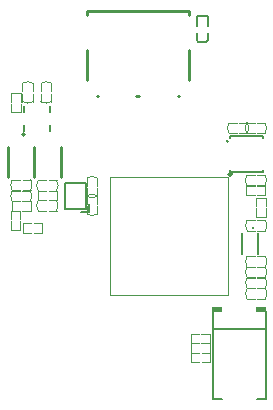
<source format=gto>
G04*
G04 #@! TF.GenerationSoftware,Altium Limited,Altium Designer,21.2.1 (34)*
G04*
G04 Layer_Color=65535*
%FSLAX25Y25*%
%MOIN*%
G70*
G04*
G04 #@! TF.SameCoordinates,309C0993-0839-4B3B-9E80-2D82E5661E4B*
G04*
G04*
G04 #@! TF.FilePolarity,Positive*
G04*
G01*
G75*
%ADD10C,0.00402*%
%ADD11C,0.00787*%
%ADD12C,0.00984*%
%ADD13C,0.00591*%
%ADD14C,0.00591*%
%ADD15C,0.01000*%
%ADD16C,0.00400*%
%ADD17C,0.00600*%
%ADD18C,0.00394*%
%ADD19C,0.00598*%
G36*
X125335Y68970D02*
X128698D01*
Y70770D01*
X125335D01*
Y68970D01*
D01*
D02*
G37*
G36*
X143465D02*
X140102D01*
Y70770D01*
X143465D01*
Y68970D01*
D01*
D02*
G37*
D10*
X65695Y145291D02*
G03*
X62143Y145297I-1780J-2797D01*
G01*
Y139186D02*
G03*
X65695Y139191I1772J2802D01*
G01*
X58705Y113122D02*
G03*
X58700Y109570I2797J-1780D01*
G01*
X64811D02*
G03*
X64805Y113122I-2802J1772D01*
G01*
X73464Y109461D02*
G03*
X73470Y113013I-2797J1780D01*
G01*
X67359D02*
G03*
X67364Y109461I2802J-1772D01*
G01*
X68243Y139186D02*
G03*
X71795Y139191I1772J2802D01*
G01*
Y145291D02*
G03*
X68243Y145297I-1780J-2797D01*
G01*
X73468Y102681D02*
G03*
X73474Y106233I-2797J1780D01*
G01*
X67363D02*
G03*
X67368Y102681I2802J-1772D01*
G01*
X64793Y105931D02*
G03*
X64787Y109483I-2802J1772D01*
G01*
X58687D02*
G03*
X58682Y105931I2797J-1780D01*
G01*
X87089Y107826D02*
G03*
X83537Y107831I-1780J-2797D01*
G01*
Y101720D02*
G03*
X87089Y101725I1772J2802D01*
G01*
X83529Y107599D02*
G03*
X87081Y107593I1780J2797D01*
G01*
Y113704D02*
G03*
X83529Y113699I-1772J-2802D01*
G01*
X136893Y114751D02*
G03*
X136898Y111199I2802J-1772D01*
G01*
X142998D02*
G03*
X143003Y114751I-2797J1780D01*
G01*
X137104Y128578D02*
G03*
X137110Y132130I-2797J1780D01*
G01*
X130999D02*
G03*
X131005Y128578I2802J-1772D01*
G01*
X142978Y128609D02*
G03*
X142973Y132161I-2802J1772D01*
G01*
X136873D02*
G03*
X136867Y128609I2797J-1780D01*
G01*
X143111Y96150D02*
G03*
X143105Y99702I-2802J1772D01*
G01*
X137005D02*
G03*
X137000Y96150I2797J-1780D01*
G01*
X137008Y80544D02*
G03*
X137003Y76992I2797J-1780D01*
G01*
X143114D02*
G03*
X143108Y80544I-2802J1772D01*
G01*
X136981Y87673D02*
G03*
X136976Y84121I2797J-1780D01*
G01*
X143087D02*
G03*
X143081Y87673I-2802J1772D01*
G01*
X136993Y84106D02*
G03*
X136988Y80554I2797J-1780D01*
G01*
X143099D02*
G03*
X143093Y84106I-2802J1772D01*
G01*
X137017Y76938D02*
G03*
X137011Y73386I2797J-1780D01*
G01*
X143122D02*
G03*
X143117Y76938I-2802J1772D01*
G01*
X65699Y142635D02*
Y145299D01*
X62129Y142635D02*
Y145299D01*
Y139184D02*
Y141848D01*
X65699Y139184D02*
Y141848D01*
X58698Y113126D02*
X61362D01*
X58698Y109556D02*
X61362D01*
X62149D02*
X64813D01*
X62149Y113126D02*
X64813D01*
X70808Y109456D02*
X73472D01*
X70808Y113026D02*
X73472D01*
X67357D02*
X70021D01*
X67357Y109456D02*
X70021D01*
X71799Y139184D02*
Y141848D01*
X68229Y139184D02*
Y141848D01*
Y142635D02*
Y145299D01*
X71799Y142635D02*
Y145299D01*
X70812Y102676D02*
X73476D01*
X70812Y106246D02*
X73476D01*
X67361D02*
X70024D01*
X67361Y102676D02*
X70024D01*
X62131Y109488D02*
X64795D01*
X62131Y105917D02*
X64795D01*
X58680D02*
X61343D01*
X58680Y109488D02*
X61343D01*
X87094Y105169D02*
Y107833D01*
X83524Y105169D02*
Y107833D01*
Y101718D02*
Y104382D01*
X87094Y101718D02*
Y104382D01*
X83524Y107591D02*
Y110255D01*
X87094Y107591D02*
Y110255D01*
Y111042D02*
Y113706D01*
X83524Y111042D02*
Y113706D01*
X136890Y111194D02*
X139554D01*
X136890Y114764D02*
X139554D01*
X140342D02*
X143006D01*
X140342Y111194D02*
X143006D01*
X134448Y128574D02*
X137112D01*
X134448Y132144D02*
X137112D01*
X130997D02*
X133661D01*
X130997Y128574D02*
X133661D01*
X140316Y132166D02*
X142980D01*
X140316Y128595D02*
X142980D01*
X136865D02*
X139529D01*
X136865Y132166D02*
X139529D01*
X140449Y99707D02*
X143113D01*
X140449Y96137D02*
X143113D01*
X136998D02*
X139662D01*
X136998Y99707D02*
X139662D01*
X137001Y80549D02*
X139665D01*
X137001Y76979D02*
X139665D01*
X140452D02*
X143116D01*
X140452Y80549D02*
X143116D01*
X136974Y87678D02*
X139638D01*
X136974Y84108D02*
X139638D01*
X140425D02*
X143089D01*
X140425Y87678D02*
X143089D01*
X136986Y84110D02*
X139650D01*
X136986Y80540D02*
X139650D01*
X140437D02*
X143101D01*
X140437Y84110D02*
X143101D01*
X137009Y76943D02*
X139673D01*
X137009Y73372D02*
X139673D01*
X140461D02*
X143124D01*
X140461Y76943D02*
X143124D01*
D11*
X62808Y128209D02*
G03*
X62808Y128209I-394J0D01*
G01*
D12*
X131841Y114957D02*
G03*
X131841Y114957I-492J0D01*
G01*
D13*
X130736Y125928D02*
G03*
X130736Y125928I-318J0D01*
G01*
X131402Y115731D02*
Y116334D01*
Y126940D02*
Y127542D01*
X142425Y115731D02*
Y116333D01*
Y126940D02*
Y127542D01*
X131402D02*
X142425D01*
X131402Y115731D02*
X142425D01*
D14*
X139279Y97058D02*
G03*
X139279Y97058I-295J0D01*
G01*
D15*
X83604Y169236D02*
X117619D01*
X113904Y141066D02*
X114347D01*
X100117D02*
X101090D01*
X86876D02*
X87310D01*
X83604Y146405D02*
Y156436D01*
Y168098D02*
Y169236D01*
X117619Y168098D02*
Y169236D01*
Y146405D02*
Y156436D01*
X66124Y114166D02*
Y124167D01*
X57305Y114166D02*
Y124167D01*
X74924Y114166D02*
Y124166D01*
X66105Y114166D02*
Y124166D01*
D16*
X61539Y135639D02*
Y138395D01*
X58389Y135639D02*
X61539D01*
X58389D02*
Y138395D01*
Y139183D02*
Y141939D01*
X61539Y139183D02*
Y141939D01*
X58389D02*
X61539D01*
X70808Y109416D02*
X73564D01*
Y106266D02*
Y109416D01*
X70808Y106266D02*
X73564D01*
X67265D02*
X70021D01*
X67265Y109416D02*
X70021D01*
X67265Y106266D02*
Y109416D01*
X58140Y96465D02*
X61289D01*
X58140D02*
Y99221D01*
X61289Y96465D02*
Y99221D01*
Y100008D02*
Y102764D01*
X58140D02*
X61289D01*
X58140Y100008D02*
Y102764D01*
X58586Y102775D02*
Y105924D01*
X61342D01*
X58586Y102775D02*
X61342D01*
X62129D02*
X64885D01*
Y105924D01*
X62129D02*
X64885D01*
X62287Y95514D02*
X65043D01*
X62287D02*
Y98664D01*
X65043D01*
X65831D02*
X68587D01*
X65831Y95514D02*
X68587D01*
Y98664D01*
X143086Y108061D02*
Y111210D01*
X140330Y108061D02*
X143086D01*
X140330Y111210D02*
X143086D01*
X136787D02*
X139543D01*
X136787Y108061D02*
Y111210D01*
Y108061D02*
X139543D01*
X140122Y100821D02*
X143272D01*
X140122D02*
Y103577D01*
X143272Y100821D02*
Y103577D01*
Y104364D02*
Y107120D01*
X140122D02*
X143272D01*
X140122Y104364D02*
Y107120D01*
X124569Y55432D02*
Y58582D01*
X121813Y55432D02*
X124569D01*
X121813Y58582D02*
X124569D01*
X118270D02*
X121026D01*
X118270Y55432D02*
Y58582D01*
Y55432D02*
X121026D01*
X118254Y58572D02*
X121010D01*
X118254D02*
Y61721D01*
X121010D01*
X121798D02*
X124553D01*
X121798Y58572D02*
X124553D01*
Y61721D01*
X124559Y52305D02*
Y55454D01*
X121803Y52305D02*
X124559D01*
X121803Y55454D02*
X124559D01*
X118260D02*
X121016D01*
X118260Y52305D02*
Y55454D01*
Y52305D02*
X121016D01*
D17*
X71151Y129304D02*
Y131406D01*
Y135677D02*
Y137778D01*
X62677Y135677D02*
Y137778D01*
Y129304D02*
Y131406D01*
X135338Y88450D02*
Y95350D01*
X140662Y88450D02*
Y95350D01*
X124063Y164485D02*
Y167591D01*
X120137D02*
X124063D01*
X120137Y164485D02*
Y167591D01*
X124063Y159647D02*
Y162153D01*
X123463Y159047D02*
X124063Y159647D01*
X120737Y159047D02*
X123463D01*
X120137Y159647D02*
X120737Y159047D01*
X120137Y159647D02*
Y162153D01*
X140302Y39930D02*
X143165D01*
X125635D02*
X128498D01*
X125635Y63278D02*
X143165D01*
Y39930D02*
Y69270D01*
X125635Y39930D02*
Y69270D01*
D18*
X130522Y74760D02*
Y114130D01*
X91152D02*
X130522D01*
X91152Y74760D02*
X130522D01*
X91152D02*
Y114130D01*
D19*
X81785Y102427D02*
X84345D01*
Y105177D01*
X76273Y103409D02*
X83163D01*
X83360D01*
Y112070D01*
X76273D02*
X83360D01*
X76273Y103409D02*
Y112070D01*
M02*

</source>
